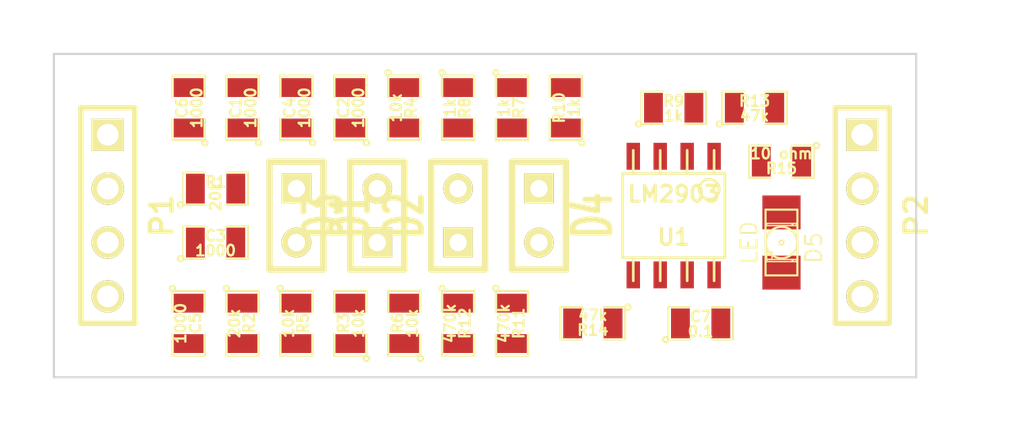
<source format=kicad_pcb>
(kicad_pcb (version 20221018) (generator pcbnew)
  (layers (0 "F.Cu" signal) (31 "B.Cu" signal) (34 "B.Paste" user) (35 "F.Paste" user) (36 "B.SilkS" user) (37 "F.SilkS" user) (38 "B.Mask" user) (39 "F.Mask" user) (44 "Edge.Cuts" user))
  (net 0 "")
  (net 1 "+5V")
  (net 2 "GND")
  (net 3 "N-000001")
  (net 4 "N-0000010")
  (net 5 "N-0000011")
  (net 6 "N-0000012")
  (net 7 "N-0000014")
  (net 8 "N-000004")
  (net 9 "N-000005")
  (net 10 "N-000006")
  (net 11 "N-000007")
  (net 12 "N-000008")
  (net 13 "N-000009")
  (footprint "SM0805" (layer "F.Cu") (at 52.07 22.86 90)
    (fp_text reference "R10" (at 0 -0.3175 90) (layer "F.SilkS") (effects (font (size 0.50038 0.50038) (thickness 0.10922))))
    (fp_text value "1k" (at 0 0.381 90) (layer "F.SilkS") (effects (font (size 0.50038 0.50038) (thickness 0.10922))))
    (fp_line (start -1.524 -0.762) (end -0.508 -0.762) (stroke (width 0.09906)) (layer "F.SilkS"))
    (fp_line (start -1.524 0.762) (end -1.524 -0.762) (stroke (width 0.09906)) (layer "F.SilkS"))
    (fp_line (start -0.508 0.762) (end -1.524 0.762) (stroke (width 0.09906)) (layer "F.SilkS"))
    (fp_line (start 0.508 -0.762) (end 1.524 -0.762) (stroke (width 0.09906)) (layer "F.SilkS"))
    (fp_line (start 1.524 -0.762) (end 1.524 0.762) (stroke (width 0.09906)) (layer "F.SilkS"))
    (fp_line (start 1.524 0.762) (end 0.508 0.762) (stroke (width 0.09906)) (layer "F.SilkS"))
    (fp_circle (center -1.651 0.762) (end -1.651 0.635) (stroke (width 0.09906)) (fill none) (layer "F.SilkS"))
    (pad "1" smd rect (at -0.9525 0 90) (size 0.889 1.397) (layers "F.Cu" "F.Paste" "F.Mask") (net 10 "N-000006"))
    (pad "2" smd rect (at 0.9525 0 90) (size 0.889 1.397) (layers "F.Cu" "F.Paste" "F.Mask") (net 1 "+5V"))
  )
  (footprint "SM0805" (layer "F.Cu") (at 41.91 22.86 90)
    (fp_text reference "C2" (at 0 -0.3175 90) (layer "F.SilkS") (effects (font (size 0.50038 0.50038) (thickness 0.10922))))
    (fp_text value "1000" (at 0 0.381 90) (layer "F.SilkS") (effects (font (size 0.50038 0.50038) (thickness 0.10922))))
    (fp_line (start -1.524 -0.762) (end -0.508 -0.762) (stroke (width 0.09906)) (layer "F.SilkS"))
    (fp_line (start -1.524 0.762) (end -1.524 -0.762) (stroke (width 0.09906)) (layer "F.SilkS"))
    (fp_line (start -0.508 0.762) (end -1.524 0.762) (stroke (width 0.09906)) (layer "F.SilkS"))
    (fp_line (start 0.508 -0.762) (end 1.524 -0.762) (stroke (width 0.09906)) (layer "F.SilkS"))
    (fp_line (start 1.524 -0.762) (end 1.524 0.762) (stroke (width 0.09906)) (layer "F.SilkS"))
    (fp_line (start 1.524 0.762) (end 0.508 0.762) (stroke (width 0.09906)) (layer "F.SilkS"))
    (fp_circle (center -1.651 0.762) (end -1.651 0.635) (stroke (width 0.09906)) (fill none) (layer "F.SilkS"))
    (pad "1" smd rect (at -0.9525 0 90) (size 0.889 1.397) (layers "F.Cu" "F.Paste" "F.Mask") (net 12 "N-000008"))
    (pad "2" smd rect (at 0.9525 0 90) (size 0.889 1.397) (layers "F.Cu" "F.Paste" "F.Mask") (net 2 "GND"))
  )
  (footprint "SM0805" (layer "F.Cu") (at 34.29 22.86 90)
    (fp_text reference "C6" (at 0 -0.3175 90) (layer "F.SilkS") (effects (font (size 0.50038 0.50038) (thickness 0.10922))))
    (fp_text value "1000" (at 0 0.381 90) (layer "F.SilkS") (effects (font (size 0.50038 0.50038) (thickness 0.10922))))
    (fp_line (start -1.524 -0.762) (end -0.508 -0.762) (stroke (width 0.09906)) (layer "F.SilkS"))
    (fp_line (start -1.524 0.762) (end -1.524 -0.762) (stroke (width 0.09906)) (layer "F.SilkS"))
    (fp_line (start -0.508 0.762) (end -1.524 0.762) (stroke (width 0.09906)) (layer "F.SilkS"))
    (fp_line (start 0.508 -0.762) (end 1.524 -0.762) (stroke (width 0.09906)) (layer "F.SilkS"))
    (fp_line (start 1.524 -0.762) (end 1.524 0.762) (stroke (width 0.09906)) (layer "F.SilkS"))
    (fp_line (start 1.524 0.762) (end 0.508 0.762) (stroke (width 0.09906)) (layer "F.SilkS"))
    (fp_circle (center -1.651 0.762) (end -1.651 0.635) (stroke (width 0.09906)) (fill none) (layer "F.SilkS"))
    (pad "1" smd rect (at -0.9525 0 90) (size 0.889 1.397) (layers "F.Cu" "F.Paste" "F.Mask") (net 11 "N-000007"))
    (pad "2" smd rect (at 0.9525 0 90) (size 0.889 1.397) (layers "F.Cu" "F.Paste" "F.Mask") (net 2 "GND"))
  )
  (footprint "SM0805" (layer "F.Cu") (at 34.29 33.02 -90)
    (fp_text reference "C5" (at 0 -0.3175 270) (layer "F.SilkS") (effects (font (size 0.50038 0.50038) (thickness 0.10922))))
    (fp_text value "1000" (at 0 0.381 270) (layer "F.SilkS") (effects (font (size 0.50038 0.50038) (thickness 0.10922))))
    (fp_line (start -1.524 -0.762) (end -0.508 -0.762) (stroke (width 0.09906)) (layer "F.SilkS"))
    (fp_line (start -1.524 0.762) (end -1.524 -0.762) (stroke (width 0.09906)) (layer "F.SilkS"))
    (fp_line (start -0.508 0.762) (end -1.524 0.762) (stroke (width 0.09906)) (layer "F.SilkS"))
    (fp_line (start 0.508 -0.762) (end 1.524 -0.762) (stroke (width 0.09906)) (layer "F.SilkS"))
    (fp_line (start 1.524 -0.762) (end 1.524 0.762) (stroke (width 0.09906)) (layer "F.SilkS"))
    (fp_line (start 1.524 0.762) (end 0.508 0.762) (stroke (width 0.09906)) (layer "F.SilkS"))
    (fp_circle (center -1.651 0.762) (end -1.651 0.635) (stroke (width 0.09906)) (fill none) (layer "F.SilkS"))
    (pad "1" smd rect (at -0.9525 0 270) (size 0.889 1.397) (layers "F.Cu" "F.Paste" "F.Mask") (net 12 "N-000008"))
    (pad "2" smd rect (at 0.9525 0 270) (size 0.889 1.397) (layers "F.Cu" "F.Paste" "F.Mask") (net 11 "N-000007"))
  )
  (footprint "SM0805" (layer "F.Cu") (at 44.45 33.02 90)
    (fp_text reference "R6" (at 0 -0.3175 90) (layer "F.SilkS") (effects (font (size 0.50038 0.50038) (thickness 0.10922))))
    (fp_text value "10k" (at 0 0.381 90) (layer "F.SilkS") (effects (font (size 0.50038 0.50038) (thickness 0.10922))))
    (fp_line (start -1.524 -0.762) (end -0.508 -0.762) (stroke (width 0.09906)) (layer "F.SilkS"))
    (fp_line (start -1.524 0.762) (end -1.524 -0.762) (stroke (width 0.09906)) (layer "F.SilkS"))
    (fp_line (start -0.508 0.762) (end -1.524 0.762) (stroke (width 0.09906)) (layer "F.SilkS"))
    (fp_line (start 0.508 -0.762) (end 1.524 -0.762) (stroke (width 0.09906)) (layer "F.SilkS"))
    (fp_line (start 1.524 -0.762) (end 1.524 0.762) (stroke (width 0.09906)) (layer "F.SilkS"))
    (fp_line (start 1.524 0.762) (end 0.508 0.762) (stroke (width 0.09906)) (layer "F.SilkS"))
    (fp_circle (center -1.651 0.762) (end -1.651 0.635) (stroke (width 0.09906)) (fill none) (layer "F.SilkS"))
    (pad "1" smd rect (at -0.9525 0 90) (size 0.889 1.397) (layers "F.Cu" "F.Paste" "F.Mask") (net 11 "N-000007"))
    (pad "2" smd rect (at 0.9525 0 90) (size 0.889 1.397) (layers "F.Cu" "F.Paste" "F.Mask") (net 10 "N-000006"))
  )
  (footprint "SM0805" (layer "F.Cu") (at 39.37 33.02 -90)
    (fp_text reference "R5" (at 0 -0.3175 270) (layer "F.SilkS") (effects (font (size 0.50038 0.50038) (thickness 0.10922))))
    (fp_text value "10k" (at 0 0.381 270) (layer "F.SilkS") (effects (font (size 0.50038 0.50038) (thickness 0.10922))))
    (fp_line (start -1.524 -0.762) (end -0.508 -0.762) (stroke (width 0.09906)) (layer "F.SilkS"))
    (fp_line (start -1.524 0.762) (end -1.524 -0.762) (stroke (width 0.09906)) (layer "F.SilkS"))
    (fp_line (start -0.508 0.762) (end -1.524 0.762) (stroke (width 0.09906)) (layer "F.SilkS"))
    (fp_line (start 0.508 -0.762) (end 1.524 -0.762) (stroke (width 0.09906)) (layer "F.SilkS"))
    (fp_line (start 1.524 -0.762) (end 1.524 0.762) (stroke (width 0.09906)) (layer "F.SilkS"))
    (fp_line (start 1.524 0.762) (end 0.508 0.762) (stroke (width 0.09906)) (layer "F.SilkS"))
    (fp_circle (center -1.651 0.762) (end -1.651 0.635) (stroke (width 0.09906)) (fill none) (layer "F.SilkS"))
    (pad "1" smd rect (at -0.9525 0 270) (size 0.889 1.397) (layers "F.Cu" "F.Paste" "F.Mask") (net 12 "N-000008"))
    (pad "2" smd rect (at 0.9525 0 270) (size 0.889 1.397) (layers "F.Cu" "F.Paste" "F.Mask") (net 8 "N-000004"))
  )
  (footprint "SM0805" (layer "F.Cu") (at 36.83 33.02 -90)
    (fp_text reference "R2" (at 0 -0.3175 270) (layer "F.SilkS") (effects (font (size 0.50038 0.50038) (thickness 0.10922))))
    (fp_text value "20k" (at 0 0.381 270) (layer "F.SilkS") (effects (font (size 0.50038 0.50038) (thickness 0.10922))))
    (fp_line (start -1.524 -0.762) (end -0.508 -0.762) (stroke (width 0.09906)) (layer "F.SilkS"))
    (fp_line (start -1.524 0.762) (end -1.524 -0.762) (stroke (width 0.09906)) (layer "F.SilkS"))
    (fp_line (start -0.508 0.762) (end -1.524 0.762) (stroke (width 0.09906)) (layer "F.SilkS"))
    (fp_line (start 0.508 -0.762) (end 1.524 -0.762) (stroke (width 0.09906)) (layer "F.SilkS"))
    (fp_line (start 1.524 -0.762) (end 1.524 0.762) (stroke (width 0.09906)) (layer "F.SilkS"))
    (fp_line (start 1.524 0.762) (end 0.508 0.762) (stroke (width 0.09906)) (layer "F.SilkS"))
    (fp_circle (center -1.651 0.762) (end -1.651 0.635) (stroke (width 0.09906)) (fill none) (layer "F.SilkS"))
    (pad "1" smd rect (at -0.9525 0 270) (size 0.889 1.397) (layers "F.Cu" "F.Paste" "F.Mask") (net 12 "N-000008"))
    (pad "2" smd rect (at 0.9525 0 270) (size 0.889 1.397) (layers "F.Cu" "F.Paste" "F.Mask") (net 11 "N-000007"))
  )
  (footprint "SM0805" (layer "F.Cu") (at 46.99 33.02 -90)
    (fp_text reference "R12" (at 0 -0.3175 270) (layer "F.SilkS") (effects (font (size 0.50038 0.50038) (thickness 0.10922))))
    (fp_text value "470k" (at 0 0.381 270) (layer "F.SilkS") (effects (font (size 0.50038 0.50038) (thickness 0.10922))))
    (fp_line (start -1.524 -0.762) (end -0.508 -0.762) (stroke (width 0.09906)) (layer "F.SilkS"))
    (fp_line (start -1.524 0.762) (end -1.524 -0.762) (stroke (width 0.09906)) (layer "F.SilkS"))
    (fp_line (start -0.508 0.762) (end -1.524 0.762) (stroke (width 0.09906)) (layer "F.SilkS"))
    (fp_line (start 0.508 -0.762) (end 1.524 -0.762) (stroke (width 0.09906)) (layer "F.SilkS"))
    (fp_line (start 1.524 -0.762) (end 1.524 0.762) (stroke (width 0.09906)) (layer "F.SilkS"))
    (fp_line (start 1.524 0.762) (end 0.508 0.762) (stroke (width 0.09906)) (layer "F.SilkS"))
    (fp_circle (center -1.651 0.762) (end -1.651 0.635) (stroke (width 0.09906)) (fill none) (layer "F.SilkS"))
    (pad "1" smd rect (at -0.9525 0 270) (size 0.889 1.397) (layers "F.Cu" "F.Paste" "F.Mask") (net 8 "N-000004"))
    (pad "2" smd rect (at 0.9525 0 270) (size 0.889 1.397) (layers "F.Cu" "F.Paste" "F.Mask") (net 3 "N-000001"))
  )
  (footprint "SM0805" (layer "F.Cu") (at 53.34 33.02 180)
    (fp_text reference "R14" (at 0 -0.3175 180) (layer "F.SilkS") (effects (font (size 0.50038 0.50038) (thickness 0.10922))))
    (fp_text value "47k" (at 0 0.381 180) (layer "F.SilkS") (effects (font (size 0.50038 0.50038) (thickness 0.10922))))
    (fp_line (start -1.524 -0.762) (end -0.508 -0.762) (stroke (width 0.09906)) (layer "F.SilkS"))
    (fp_line (start -1.524 0.762) (end -1.524 -0.762) (stroke (width 0.09906)) (layer "F.SilkS"))
    (fp_line (start -0.508 0.762) (end -1.524 0.762) (stroke (width 0.09906)) (layer "F.SilkS"))
    (fp_line (start 0.508 -0.762) (end 1.524 -0.762) (stroke (width 0.09906)) (layer "F.SilkS"))
    (fp_line (start 1.524 -0.762) (end 1.524 0.762) (stroke (width 0.09906)) (layer "F.SilkS"))
    (fp_line (start 1.524 0.762) (end 0.508 0.762) (stroke (width 0.09906)) (layer "F.SilkS"))
    (fp_circle (center -1.651 0.762) (end -1.651 0.635) (stroke (width 0.09906)) (fill none) (layer "F.SilkS"))
    (pad "1" smd rect (at -0.9525 0 180) (size 0.889 1.397) (layers "F.Cu" "F.Paste" "F.Mask") (net 1 "+5V"))
    (pad "2" smd rect (at 0.9525 0 180) (size 0.889 1.397) (layers "F.Cu" "F.Paste" "F.Mask") (net 3 "N-000001"))
  )
  (footprint "SM0805" (layer "F.Cu") (at 46.99 22.86 -90)
    (fp_text reference "R8" (at 0 -0.3175 270) (layer "F.SilkS") (effects (font (size 0.50038 0.50038) (thickness 0.10922))))
    (fp_text value "1k" (at 0 0.381 270) (layer "F.SilkS") (effects (font (size 0.50038 0.50038) (thickness 0.10922))))
    (fp_line (start -1.524 -0.762) (end -0.508 -0.762) (stroke (width 0.09906)) (layer "F.SilkS"))
    (fp_line (start -1.524 0.762) (end -1.524 -0.762) (stroke (width 0.09906)) (layer "F.SilkS"))
    (fp_line (start -0.508 0.762) (end -1.524 0.762) (stroke (width 0.09906)) (layer "F.SilkS"))
    (fp_line (start 0.508 -0.762) (end 1.524 -0.762) (stroke (width 0.09906)) (layer "F.SilkS"))
    (fp_line (start 1.524 -0.762) (end 1.524 0.762) (stroke (width 0.09906)) (layer "F.SilkS"))
    (fp_line (start 1.524 0.762) (end 0.508 0.762) (stroke (width 0.09906)) (layer "F.SilkS"))
    (fp_circle (center -1.651 0.762) (end -1.651 0.635) (stroke (width 0.09906)) (fill none) (layer "F.SilkS"))
    (pad "1" smd rect (at -0.9525 0 270) (size 0.889 1.397) (layers "F.Cu" "F.Paste" "F.Mask") (net 2 "GND"))
    (pad "2" smd rect (at 0.9525 0 270) (size 0.889 1.397) (layers "F.Cu" "F.Paste" "F.Mask") (net 10 "N-000006"))
  )
  (footprint "SM0805" (layer "F.Cu") (at 58.42 33.02)
    (fp_text reference "C7" (at 0 -0.3175) (layer "F.SilkS") (effects (font (size 0.50038 0.50038) (thickness 0.10922))))
    (fp_text value "0.1" (at 0 0.381) (layer "F.SilkS") (effects (font (size 0.50038 0.50038) (thickness 0.10922))))
    (fp_line (start -1.524 -0.762) (end -0.508 -0.762) (stroke (width 0.09906)) (layer "F.SilkS"))
    (fp_line (start -1.524 0.762) (end -1.524 -0.762) (stroke (width 0.09906)) (layer "F.SilkS"))
    (fp_line (start -0.508 0.762) (end -1.524 0.762) (stroke (width 0.09906)) (layer "F.SilkS"))
    (fp_line (start 0.508 -0.762) (end 1.524 -0.762) (stroke (width 0.09906)) (layer "F.SilkS"))
    (fp_line (start 1.524 -0.762) (end 1.524 0.762) (stroke (width 0.09906)) (layer "F.SilkS"))
    (fp_line (start 1.524 0.762) (end 0.508 0.762) (stroke (width 0.09906)) (layer "F.SilkS"))
    (fp_circle (center -1.651 0.762) (end -1.651 0.635) (stroke (width 0.09906)) (fill none) (layer "F.SilkS"))
    (pad "1" smd rect (at -0.9525 0) (size 0.889 1.397) (layers "F.Cu" "F.Paste" "F.Mask") (net 1 "+5V"))
    (pad "2" smd rect (at 0.9525 0) (size 0.889 1.397) (layers "F.Cu" "F.Paste" "F.Mask") (net 2 "GND"))
  )
  (footprint "SM0805" (layer "F.Cu") (at 36.83 22.86 90)
    (fp_text reference "C1" (at 0 -0.3175 90) (layer "F.SilkS") (effects (font (size 0.50038 0.50038) (thickness 0.10922))))
    (fp_text value "1000" (at 0 0.381 90) (layer "F.SilkS") (effects (font (size 0.50038 0.50038) (thickness 0.10922))))
    (fp_line (start -1.524 -0.762) (end -0.508 -0.762) (stroke (width 0.09906)) (layer "F.SilkS"))
    (fp_line (start -1.524 0.762) (end -1.524 -0.762) (stroke (width 0.09906)) (layer "F.SilkS"))
    (fp_line (start -0.508 0.762) (end -1.524 0.762) (stroke (width 0.09906)) (layer "F.SilkS"))
    (fp_line (start 0.508 -0.762) (end 1.524 -0.762) (stroke (width 0.09906)) (layer "F.SilkS"))
    (fp_line (start 1.524 -0.762) (end 1.524 0.762) (stroke (width 0.09906)) (layer "F.SilkS"))
    (fp_line (start 1.524 0.762) (end 0.508 0.762) (stroke (width 0.09906)) (layer "F.SilkS"))
    (fp_circle (center -1.651 0.762) (end -1.651 0.635) (stroke (width 0.09906)) (fill none) (layer "F.SilkS"))
    (pad "1" smd rect (at -0.9525 0 90) (size 0.889 1.397) (layers "F.Cu" "F.Paste" "F.Mask") (net 6 "N-0000012"))
    (pad "2" smd rect (at 0.9525 0 90) (size 0.889 1.397) (layers "F.Cu" "F.Paste" "F.Mask") (net 2 "GND"))
  )
  (footprint "SM0805" (layer "F.Cu") (at 39.37 22.86 90)
    (fp_text reference "C4" (at 0 -0.3175 90) (layer "F.SilkS") (effects (font (size 0.50038 0.50038) (thickness 0.10922))))
    (fp_text value "1000" (at 0 0.381 90) (layer "F.SilkS") (effects (font (size 0.50038 0.50038) (thickness 0.10922))))
    (fp_line (start -1.524 -0.762) (end -0.508 -0.762) (stroke (width 0.09906)) (layer "F.SilkS"))
    (fp_line (start -1.524 0.762) (end -1.524 -0.762) (stroke (width 0.09906)) (layer "F.SilkS"))
    (fp_line (start -0.508 0.762) (end -1.524 0.762) (stroke (width 0.09906)) (layer "F.SilkS"))
    (fp_line (start 0.508 -0.762) (end 1.524 -0.762) (stroke (width 0.09906)) (layer "F.SilkS"))
    (fp_line (start 1.524 -0.762) (end 1.524 0.762) (stroke (width 0.09906)) (layer "F.SilkS"))
    (fp_line (start 1.524 0.762) (end 0.508 0.762) (stroke (width 0.09906)) (layer "F.SilkS"))
    (fp_circle (center -1.651 0.762) (end -1.651 0.635) (stroke (width 0.09906)) (fill none) (layer "F.SilkS"))
    (pad "1" smd rect (at -0.9525 0 90) (size 0.889 1.397) (layers "F.Cu" "F.Paste" "F.Mask") (net 7 "N-0000014"))
    (pad "2" smd rect (at 0.9525 0 90) (size 0.889 1.397) (layers "F.Cu" "F.Paste" "F.Mask") (net 2 "GND"))
  )
  (footprint "SM0805" (layer "F.Cu") (at 35.56 29.21)
    (fp_text reference "C3" (at 0 -0.3175) (layer "F.SilkS") (effects (font (size 0.50038 0.50038) (thickness 0.10922))))
    (fp_text value "1000" (at 0 0.381) (layer "F.SilkS") (effects (font (size 0.50038 0.50038) (thickness 0.10922))))
    (fp_line (start -1.524 -0.762) (end -0.508 -0.762) (stroke (width 0.09906)) (layer "F.SilkS"))
    (fp_line (start -1.524 0.762) (end -1.524 -0.762) (stroke (width 0.09906)) (layer "F.SilkS"))
    (fp_line (start -0.508 0.762) (end -1.524 0.762) (stroke (width 0.09906)) (layer "F.SilkS"))
    (fp_line (start 0.508 -0.762) (end 1.524 -0.762) (stroke (width 0.09906)) (layer "F.SilkS"))
    (fp_line (start 1.524 -0.762) (end 1.524 0.762) (stroke (width 0.09906)) (layer "F.SilkS"))
    (fp_line (start 1.524 0.762) (end 0.508 0.762) (stroke (width 0.09906)) (layer "F.SilkS"))
    (fp_circle (center -1.651 0.762) (end -1.651 0.635) (stroke (width 0.09906)) (fill none) (layer "F.SilkS"))
    (pad "1" smd rect (at -0.9525 0) (size 0.889 1.397) (layers "F.Cu" "F.Paste" "F.Mask") (net 6 "N-0000012"))
    (pad "2" smd rect (at 0.9525 0) (size 0.889 1.397) (layers "F.Cu" "F.Paste" "F.Mask") (net 7 "N-0000014"))
  )
  (footprint "SM0805" (layer "F.Cu") (at 41.91 33.02 90)
    (fp_text reference "R3" (at 0 -0.3175 90) (layer "F.SilkS") (effects (font (size 0.50038 0.50038) (thickness 0.10922))))
    (fp_text value "10k" (at 0 0.381 90) (layer "F.SilkS") (effects (font (size 0.50038 0.50038) (thickness 0.10922))))
    (fp_line (start -1.524 -0.762) (end -0.508 -0.762) (stroke (width 0.09906)) (layer "F.SilkS"))
    (fp_line (start -1.524 0.762) (end -1.524 -0.762) (stroke (width 0.09906)) (layer "F.SilkS"))
    (fp_line (start -0.508 0.762) (end -1.524 0.762) (stroke (width 0.09906)) (layer "F.SilkS"))
    (fp_line (start 0.508 -0.762) (end 1.524 -0.762) (stroke (width 0.09906)) (layer "F.SilkS"))
    (fp_line (start 1.524 -0.762) (end 1.524 0.762) (stroke (width 0.09906)) (layer "F.SilkS"))
    (fp_line (start 1.524 0.762) (end 0.508 0.762) (stroke (width 0.09906)) (layer "F.SilkS"))
    (fp_circle (center -1.651 0.762) (end -1.651 0.635) (stroke (width 0.09906)) (fill none) (layer "F.SilkS"))
    (pad "1" smd rect (at -0.9525 0 90) (size 0.889 1.397) (layers "F.Cu" "F.Paste" "F.Mask") (net 6 "N-0000012"))
    (pad "2" smd rect (at 0.9525 0 90) (size 0.889 1.397) (layers "F.Cu" "F.Paste" "F.Mask") (net 13 "N-000009"))
  )
  (footprint "SM0805" (layer "F.Cu") (at 44.45 22.86 -90)
    (fp_text reference "R4" (at 0 -0.3175 270) (layer "F.SilkS") (effects (font (size 0.50038 0.50038) (thickness 0.10922))))
    (fp_text value "10k" (at 0 0.381 270) (layer "F.SilkS") (effects (font (size 0.50038 0.50038) (thickness 0.10922))))
    (fp_line (start -1.524 -0.762) (end -0.508 -0.762) (stroke (width 0.09906)) (layer "F.SilkS"))
    (fp_line (start -1.524 0.762) (end -1.524 -0.762) (stroke (width 0.09906)) (layer "F.SilkS"))
    (fp_line (start -0.508 0.762) (end -1.524 0.762) (stroke (width 0.09906)) (layer "F.SilkS"))
    (fp_line (start 0.508 -0.762) (end 1.524 -0.762) (stroke (width 0.09906)) (layer "F.SilkS"))
    (fp_line (start 1.524 -0.762) (end 1.524 0.762) (stroke (width 0.09906)) (layer "F.SilkS"))
    (fp_line (start 1.524 0.762) (end 0.508 0.762) (stroke (width 0.09906)) (layer "F.SilkS"))
    (fp_circle (center -1.651 0.762) (end -1.651 0.635) (stroke (width 0.09906)) (fill none) (layer "F.SilkS"))
    (pad "1" smd rect (at -0.9525 0 270) (size 0.889 1.397) (layers "F.Cu" "F.Paste" "F.Mask") (net 7 "N-0000014"))
    (pad "2" smd rect (at 0.9525 0 270) (size 0.889 1.397) (layers "F.Cu" "F.Paste" "F.Mask") (net 4 "N-0000010"))
  )
  (footprint "SM0805" (layer "F.Cu") (at 57.15 22.86)
    (fp_text reference "R9" (at 0 -0.3175) (layer "F.SilkS") (effects (font (size 0.50038 0.50038) (thickness 0.10922))))
    (fp_text value "1k" (at 0 0.381) (layer "F.SilkS") (effects (font (size 0.50038 0.50038) (thickness 0.10922))))
    (fp_line (start -1.524 -0.762) (end -0.508 -0.762) (stroke (width 0.09906)) (layer "F.SilkS"))
    (fp_line (start -1.524 0.762) (end -1.524 -0.762) (stroke (width 0.09906)) (layer "F.SilkS"))
    (fp_line (start -0.508 0.762) (end -1.524 0.762) (stroke (width 0.09906)) (layer "F.SilkS"))
    (fp_line (start 0.508 -0.762) (end 1.524 -0.762) (stroke (width 0.09906)) (layer "F.SilkS"))
    (fp_line (start 1.524 -0.762) (end 1.524 0.762) (stroke (width 0.09906)) (layer "F.SilkS"))
    (fp_line (start 1.524 0.762) (end 0.508 0.762) (stroke (width 0.09906)) (layer "F.SilkS"))
    (fp_circle (center -1.651 0.762) (end -1.651 0.635) (stroke (width 0.09906)) (fill none) (layer "F.SilkS"))
    (pad "1" smd rect (at -0.9525 0) (size 0.889 1.397) (layers "F.Cu" "F.Paste" "F.Mask") (net 4 "N-0000010"))
    (pad "2" smd rect (at 0.9525 0) (size 0.889 1.397) (layers "F.Cu" "F.Paste" "F.Mask") (net 1 "+5V"))
  )
  (footprint "SM0805" (layer "F.Cu") (at 49.53 22.86 -90)
    (fp_text reference "R7" (at 0 -0.3175 270) (layer "F.SilkS") (effects (font (size 0.50038 0.50038) (thickness 0.10922))))
    (fp_text value "1k" (at 0 0.381 270) (layer "F.SilkS") (effects (font (size 0.50038 0.50038) (thickness 0.10922))))
    (fp_line (start -1.524 -0.762) (end -0.508 -0.762) (stroke (width 0.09906)) (layer "F.SilkS"))
    (fp_line (start -1.524 0.762) (end -1.524 -0.762) (stroke (width 0.09906)) (layer "F.SilkS"))
    (fp_line (start -0.508 0.762) (end -1.524 0.762) (stroke (width 0.09906)) (layer "F.SilkS"))
    (fp_line (start 0.508 -0.762) (end 1.524 -0.762) (stroke (width 0.09906)) (layer "F.SilkS"))
    (fp_line (start 1.524 -0.762) (end 1.524 0.762) (stroke (width 0.09906)) (layer "F.SilkS"))
    (fp_line (start 1.524 0.762) (end 0.508 0.762) (stroke (width 0.09906)) (layer "F.SilkS"))
    (fp_circle (center -1.651 0.762) (end -1.651 0.635) (stroke (width 0.09906)) (fill none) (layer "F.SilkS"))
    (pad "1" smd rect (at -0.9525 0 270) (size 0.889 1.397) (layers "F.Cu" "F.Paste" "F.Mask") (net 2 "GND"))
    (pad "2" smd rect (at 0.9525 0 270) (size 0.889 1.397) (layers "F.Cu" "F.Paste" "F.Mask") (net 4 "N-0000010"))
  )
  (footprint "SM0805" (layer "F.Cu") (at 35.56 26.67)
    (fp_text reference "R1" (at 0 -0.3175) (layer "F.SilkS") (effects (font (size 0.50038 0.50038) (thickness 0.10922))))
    (fp_text value "20k" (at 0 0.381 90) (layer "F.SilkS") (effects (font (size 0.50038 0.50038) (thickness 0.10922))))
    (fp_line (start -1.524 -0.762) (end -0.508 -0.762) (stroke (width 0.09906)) (layer "F.SilkS"))
    (fp_line (start -1.524 0.762) (end -1.524 -0.762) (stroke (width 0.09906)) (layer "F.SilkS"))
    (fp_line (start -0.508 0.762) (end -1.524 0.762) (stroke (width 0.09906)) (layer "F.SilkS"))
    (fp_line (start 0.508 -0.762) (end 1.524 -0.762) (stroke (width 0.09906)) (layer "F.SilkS"))
    (fp_line (start 1.524 -0.762) (end 1.524 0.762) (stroke (width 0.09906)) (layer "F.SilkS"))
    (fp_line (start 1.524 0.762) (end 0.508 0.762) (stroke (width 0.09906)) (layer "F.SilkS"))
    (fp_circle (center -1.651 0.762) (end -1.651 0.635) (stroke (width 0.09906)) (fill none) (layer "F.SilkS"))
    (pad "1" smd rect (at -0.9525 0) (size 0.889 1.397) (layers "F.Cu" "F.Paste" "F.Mask") (net 6 "N-0000012"))
    (pad "2" smd rect (at 0.9525 0) (size 0.889 1.397) (layers "F.Cu" "F.Paste" "F.Mask") (net 7 "N-0000014"))
  )
  (footprint "SM0805" (layer "F.Cu") (at 49.53 33.02 -90)
    (fp_text reference "R11" (at 0 -0.3175 270) (layer "F.SilkS") (effects (font (size 0.50038 0.50038) (thickness 0.10922))))
    (fp_text value "470k" (at 0 0.381 270) (layer "F.SilkS") (effects (font (size 0.50038 0.50038) (thickness 0.10922))))
    (fp_line (start -1.524 -0.762) (end -0.508 -0.762) (stroke (width 0.09906)) (layer "F.SilkS"))
    (fp_line (start -1.524 0.762) (end -1.524 -0.762) (stroke (width 0.09906)) (layer "F.SilkS"))
    (fp_line (start -0.508 0.762) (end -1.524 0.762) (stroke (width 0.09906)) (layer "F.SilkS"))
    (fp_line (start 0.508 -0.762) (end 1.524 -0.762) (stroke (width 0.09906)) (layer "F.SilkS"))
    (fp_line (start 1.524 -0.762) (end 1.524 0.762) (stroke (width 0.09906)) (layer "F.SilkS"))
    (fp_line (start 1.524 0.762) (end 0.508 0.762) (stroke (width 0.09906)) (layer "F.SilkS"))
    (fp_circle (center -1.651 0.762) (end -1.651 0.635) (stroke (width 0.09906)) (fill none) (layer "F.SilkS"))
    (pad "1" smd rect (at -0.9525 0 270) (size 0.889 1.397) (layers "F.Cu" "F.Paste" "F.Mask") (net 13 "N-000009"))
    (pad "2" smd rect (at 0.9525 0 270) (size 0.889 1.397) (layers "F.Cu" "F.Paste" "F.Mask") (net 5 "N-0000011"))
  )
  (footprint "SM0805" (layer "F.Cu") (at 60.96 22.86)
    (fp_text reference "R13" (at 0 -0.3175) (layer "F.SilkS") (effects (font (size 0.50038 0.50038) (thickness 0.10922))))
    (fp_text value "47k" (at 0 0.381) (layer "F.SilkS") (effects (font (size 0.50038 0.50038) (thickness 0.10922))))
    (fp_line (start -1.524 -0.762) (end -0.508 -0.762) (stroke (width 0.09906)) (layer "F.SilkS"))
    (fp_line (start -1.524 0.762) (end -1.524 -0.762) (stroke (width 0.09906)) (layer "F.SilkS"))
    (fp_line (start -0.508 0.762) (end -1.524 0.762) (stroke (width 0.09906)) (layer "F.SilkS"))
    (fp_line (start 0.508 -0.762) (end 1.524 -0.762) (stroke (width 0.09906)) (layer "F.SilkS"))
    (fp_line (start 1.524 -0.762) (end 1.524 0.762) (stroke (width 0.09906)) (layer "F.SilkS"))
    (fp_line (start 1.524 0.762) (end 0.508 0.762) (stroke (width 0.09906)) (layer "F.SilkS"))
    (fp_circle (center -1.651 0.762) (end -1.651 0.635) (stroke (width 0.09906)) (fill none) (layer "F.SilkS"))
    (pad "1" smd rect (at -0.9525 0) (size 0.889 1.397) (layers "F.Cu" "F.Paste" "F.Mask") (net 1 "+5V"))
    (pad "2" smd rect (at 0.9525 0) (size 0.889 1.397) (layers "F.Cu" "F.Paste" "F.Mask") (net 5 "N-0000011"))
  )
  (footprint "SIL-2" (layer "F.Cu") (at 43.18 27.94 90)
    (fp_text reference "D3" (at 0 -2.54 90) (layer "F.SilkS") (effects (font (size 1.72974 1.08712) (thickness 0.3048))))
    (fp_text value " " hide)
    (fp_line (start -2.54 -1.27) (end 2.54 -1.27) (stroke (width 0.3048)) (layer "F.SilkS"))
    (fp_line (start -2.54 1.27) (end -2.54 -1.27) (stroke (width 0.3048)) (layer "F.SilkS"))
    (fp_line (start 2.54 -1.27) (end 2.54 1.27) (stroke (width 0.3048)) (layer "F.SilkS"))
    (fp_line (start 2.54 1.27) (end -2.54 1.27) (stroke (width 0.3048)) (layer "F.SilkS"))
    (pad "1" thru_hole rect (at -1.27 0 90) (size 1.397 1.397) (drill 0.8128) (layers "*.Cu" "*.Mask" "F.SilkS") (net 13 "N-000009"))
    (pad "2" thru_hole circle (at 1.27 0 90) (size 1.397 1.397) (drill 0.8128) (layers "*.Cu" "*.Mask" "F.SilkS") (net 4 "N-0000010"))
  )
  (footprint "SIL-2" (layer "F.Cu") (at 39.37 27.94 -90)
    (fp_text reference "D1" (at 0 -2.54 270) (layer "F.SilkS") (effects (font (size 1.72974 1.08712) (thickness 0.3048))))
    (fp_text value " " hide)
    (fp_line (start -2.54 -1.27) (end 2.54 -1.27) (stroke (width 0.3048)) (layer "F.SilkS"))
    (fp_line (start -2.54 1.27) (end -2.54 -1.27) (stroke (width 0.3048)) (layer "F.SilkS"))
    (fp_line (start 2.54 -1.27) (end 2.54 1.27) (stroke (width 0.3048)) (layer "F.SilkS"))
    (fp_line (start 2.54 1.27) (end -2.54 1.27) (stroke (width 0.3048)) (layer "F.SilkS"))
    (pad "1" thru_hole rect (at -1.27 0 270) (size 1.397 1.397) (drill 0.8128) (layers "*.Cu" "*.Mask" "F.SilkS") (net 4 "N-0000010"))
    (pad "2" thru_hole circle (at 1.27 0 270) (size 1.397 1.397) (drill 0.8128) (layers "*.Cu" "*.Mask" "F.SilkS") (net 13 "N-000009"))
  )
  (footprint "SIL-2" (layer "F.Cu") (at 46.99 27.94 90)
    (fp_text reference "D2" (at 0 -2.54 90) (layer "F.SilkS") (effects (font (size 1.72974 1.08712) (thickness 0.3048))))
    (fp_text value " " hide)
    (fp_line (start -2.54 -1.27) (end 2.54 -1.27) (stroke (width 0.3048)) (layer "F.SilkS"))
    (fp_line (start -2.54 1.27) (end -2.54 -1.27) (stroke (width 0.3048)) (layer "F.SilkS"))
    (fp_line (start 2.54 -1.27) (end 2.54 1.27) (stroke (width 0.3048)) (layer "F.SilkS"))
    (fp_line (start 2.54 1.27) (end -2.54 1.27) (stroke (width 0.3048)) (layer "F.SilkS"))
    (pad "1" thru_hole rect (at -1.27 0 90) (size 1.397 1.397) (drill 0.8128) (layers "*.Cu" "*.Mask" "F.SilkS") (net 10 "N-000006"))
    (pad "2" thru_hole circle (at 1.27 0 90) (size 1.397 1.397) (drill 0.8128) (layers "*.Cu" "*.Mask" "F.SilkS") (net 8 "N-000004"))
  )
  (footprint "SIL-2" (layer "F.Cu") (at 50.8 27.94 -90)
    (fp_text reference "D4" (at 0 -2.54 270) (layer "F.SilkS") (effects (font (size 1.72974 1.08712) (thickness 0.3048))))
    (fp_text value " " hide)
    (fp_line (start -2.54 -1.27) (end 2.54 -1.27) (stroke (width 0.3048)) (layer "F.SilkS"))
    (fp_line (start -2.54 1.27) (end -2.54 -1.27) (stroke (width 0.3048)) (layer "F.SilkS"))
    (fp_line (start 2.54 -1.27) (end 2.54 1.27) (stroke (width 0.3048)) (layer "F.SilkS"))
    (fp_line (start 2.54 1.27) (end -2.54 1.27) (stroke (width 0.3048)) (layer "F.SilkS"))
    (pad "1" thru_hole rect (at -1.27 0 270) (size 1.397 1.397) (drill 0.8128) (layers "*.Cu" "*.Mask" "F.SilkS") (net 8 "N-000004"))
    (pad "2" thru_hole circle (at 1.27 0 270) (size 1.397 1.397) (drill 0.8128) (layers "*.Cu" "*.Mask" "F.SilkS") (net 10 "N-000006"))
  )
  (footprint "PIN_ARRAY_4x1" (layer "F.Cu") (at 30.48 27.94 -90)
    (fp_text reference "P1" (at 0 -2.54 270) (layer "F.SilkS") (effects (font (size 1.016 1.016) (thickness 0.2032))))
    (fp_text value "CONN_4" hide)
    (fp_line (start -5.08 -1.27) (end -5.08 1.27) (stroke (width 0.254)) (layer "F.SilkS"))
    (fp_line (start 5.08 -1.27) (end -5.08 -1.27) (stroke (width 0.254)) (layer "F.SilkS"))
    (fp_line (start 5.08 1.27) (end -5.08 1.27) (stroke (width 0.254)) (layer "F.SilkS"))
    (fp_line (start 5.08 1.27) (end 5.08 -1.27) (stroke (width 0.254)) (layer "F.SilkS"))
    (pad "1" thru_hole rect (at -3.81 0 270) (size 1.524 1.524) (drill 1.016) (layers "*.Cu" "*.Mask" "F.SilkS") (net 6 "N-0000012"))
    (pad "2" thru_hole circle (at -1.27 0 270) (size 1.524 1.524) (drill 1.016) (layers "*.Cu" "*.Mask" "F.SilkS") (net 7 "N-0000014"))
    (pad "3" thru_hole circle (at 1.27 0 270) (size 1.524 1.524) (drill 1.016) (layers "*.Cu" "*.Mask" "F.SilkS") (net 12 "N-000008"))
    (pad "4" thru_hole circle (at 3.81 0 270) (size 1.524 1.524) (drill 1.016) (layers "*.Cu" "*.Mask" "F.SilkS") (net 11 "N-000007"))
  )
  (footprint "PIN_ARRAY_4x1" (layer "F.Cu") (at 66.04 27.94 -90)
    (fp_text reference "P2" (at 0 -2.54 270) (layer "F.SilkS") (effects (font (size 1.016 1.016) (thickness 0.2032))))
    (fp_text value "CONN_4" hide)
    (fp_line (start -5.08 -1.27) (end -5.08 1.27) (stroke (width 0.254)) (layer "F.SilkS"))
    (fp_line (start 5.08 -1.27) (end -5.08 -1.27) (stroke (width 0.254)) (layer "F.SilkS"))
    (fp_line (start 5.08 1.27) (end -5.08 1.27) (stroke (width 0.254)) (layer "F.SilkS"))
    (fp_line (start 5.08 1.27) (end 5.08 -1.27) (stroke (width 0.254)) (layer "F.SilkS"))
    (pad "1" thru_hole rect (at -3.81 0 270) (size 1.524 1.524) (drill 1.016) (layers "*.Cu" "*.Mask" "F.SilkS") (net 5 "N-0000011"))
    (pad "2" thru_hole circle (at -1.27 0 270) (size 1.524 1.524) (drill 1.016) (layers "*.Cu" "*.Mask" "F.SilkS") (net 3 "N-000001"))
    (pad "3" thru_hole circle (at 1.27 0 270) (size 1.524 1.524) (drill 1.016) (layers "*.Cu" "*.Mask" "F.SilkS") (net 2 "GND"))
    (pad "4" thru_hole circle (at 3.81 0 270) (size 1.524 1.524) (drill 1.016) (layers "*.Cu" "*.Mask" "F.SilkS") (net 1 "+5V"))
  )
  (footprint "SM0805" (layer "F.Cu") (at 62.23 25.4 180)
    (fp_text reference "R15" (at 0 -0.3175 180) (layer "F.SilkS") (effects (font (size 0.50038 0.50038) (thickness 0.10922))))
    (fp_text value "10 ohm" (at 0 0.381 180) (layer "F.SilkS") (effects (font (size 0.50038 0.50038) (thickness 0.10922))))
    (fp_line (start -1.524 -0.762) (end -0.508 -0.762) (stroke (width 0.09906)) (layer "F.SilkS"))
    (fp_line (start -1.524 0.762) (end -1.524 -0.762) (stroke (width 0.09906)) (layer "F.SilkS"))
    (fp_line (start -0.508 0.762) (end -1.524 0.762) (stroke (width 0.09906)) (layer "F.SilkS"))
    (fp_line (start 0.508 -0.762) (end 1.524 -0.762) (stroke (width 0.09906)) (layer "F.SilkS"))
    (fp_line (start 1.524 -0.762) (end 1.524 0.762) (stroke (width 0.09906)) (layer "F.SilkS"))
    (fp_line (start 1.524 0.762) (end 0.508 0.762) (stroke (width 0.09906)) (layer "F.SilkS"))
    (fp_circle (center -1.651 0.762) (end -1.651 0.635) (stroke (width 0.09906)) (fill none) (layer "F.SilkS"))
    (pad "1" smd rect (at -0.9525 0 180) (size 0.889 1.397) (layers "F.Cu" "F.Paste" "F.Mask") (net 9 "N-000005"))
    (pad "2" smd rect (at 0.9525 0 180) (size 0.889 1.397) (layers "F.Cu" "F.Paste" "F.Mask") (net 1 "+5V"))
  )
  (footprint "LED-1206" (layer "F.Cu") (at 62.23 29.21 -90)
    (fp_text reference "D5" (at 0.254 -1.524 270) (layer "F.SilkS") (effects (font (size 0.762 0.762) (thickness 0.0889))))
    (fp_text value "LED" (at 0 1.524 270) (layer "F.SilkS") (effects (font (size 0.762 0.762) (thickness 0.0889))))
    (fp_line (start -1.5494 -0.7493) (end 1.5494 -0.7493) (stroke (width 0.1016)) (layer "F.SilkS"))
    (fp_line (start -1.5494 0.7493) (end -1.5494 -0.7493) (stroke (width 0.1016)) (layer "F.SilkS"))
    (fp_line (start -0.89916 -0.6985) (end -0.79756 -0.6985) (stroke (width 0.06604)) (layer "F.SilkS"))
    (fp_line (start -0.89916 -0.54864) (end -0.89916 -0.6985) (stroke (width 0.06604)) (layer "F.SilkS"))
    (fp_line (start -0.89916 -0.54864) (end -0.79756 -0.54864) (stroke (width 0.06604)) (layer "F.SilkS"))
    (fp_line (start -0.89916 -0.49784) (end -0.79756 -0.49784) (stroke (width 0.06604)) (layer "F.SilkS"))
    (fp_line (start -0.89916 0.6985) (end -0.89916 -0.49784) (stroke (width 0.06604)) (layer "F.SilkS"))
    (fp_line (start -0.89916 0.6985) (end -0.79756 0.6985) (stroke (width 0.06604)) (layer "F.SilkS"))
    (fp_line (start -0.79756 -0.54864) (end -0.79756 -0.6985) (stroke (width 0.06604)) (layer "F.SilkS"))
    (fp_line (start -0.79756 0.6985) (end -0.79756 -0.49784) (stroke (width 0.06604)) (layer "F.SilkS"))
    (fp_line (start -0.09906 -0.09906) (end 0.09906 -0.09906) (stroke (width 0.06604)) (layer "F.SilkS"))
    (fp_line (start -0.09906 0.09906) (end -0.09906 -0.09906) (stroke (width 0.06604)) (layer "F.SilkS"))
    (fp_line (start -0.09906 0.09906) (end 0.09906 0.09906) (stroke (width 0.06604)) (layer "F.SilkS"))
    (fp_line (start 0.09906 0.09906) (end 0.09906 -0.09906) (stroke (width 0.06604)) (layer "F.SilkS"))
    (fp_line (start 0.44958 0.44958) (end 0.59944 0.44958) (stroke (width 0.06604)) (layer "F.SilkS"))
    (fp_line (start 0.44958 0.44958) (end 0.79756 0.44958) (stroke (width 0.06604)) (layer "F.SilkS"))
    (fp_line (start 0.44958 0.6985) (end 0.44958 0.44958) (stroke (width 0.06604)) (layer "F.SilkS"))
    (fp_line (start 0.44958 0.6985) (end 0.44958 0.44958) (stroke (width 0.06604)) (layer "F.SilkS"))
    (fp_line (start 0.44958 0.6985) (end 0.59944 0.6985) (stroke (width 0.06604)) (layer "F.SilkS"))
    (fp_line (start 0.44958 0.6985) (end 0.79756 0.6985) (stroke (width 0.06604)) (layer "F.SilkS"))
    (fp_line (start 0.59944 0.6985) (end 0.59944 0.44958) (stroke (width 0.06604)) (layer "F.SilkS"))
    (fp_line (start 0.79756 -0.6985) (end 0.89916 -0.6985) (stroke (width 0.06604)) (layer "F.SilkS"))
    (fp_line (start 0.79756 -0.54864) (end 0.79756 -0.6985) (stroke (width 0.06604)) (layer "F.SilkS"))
    (fp_line (start 0.79756 -0.54864) (end 0.89916 -0.54864) (stroke (width 0.06604)) (layer "F.SilkS"))
    (fp_line (start 0.79756 -0.49784) (end 0.89916 -0.49784) (stroke (width 0.06604)) (layer "F.SilkS"))
    (fp_line (start 0.79756 0.6985) (end 0.79756 -0.49784) (stroke (width 0.06604)) (layer "F.SilkS"))
    (fp_line (start 0.79756 0.6985) (end 0.79756 0.44958) (stroke (width 0.06604)) (layer "F.SilkS"))
    (fp_line (start 0.79756 0.6985) (end 0.89916 0.6985) (stroke (width 0.06604)) (layer "F.SilkS"))
    (fp_line (start 0.89916 -0.54864) (end 0.89916 -0.6985) (stroke (width 0.06604)) (layer "F.SilkS"))
    (fp_line (start 0.89916 0.6985) (end 0.89916 -0.49784) (stroke (width 0.06604)) (layer "F.SilkS"))
    (fp_line (start 1.5494 -0.7493) (end 1.5494 0.7493) (stroke (width 0.1016)) (layer "F.SilkS"))
    (fp_line (start 1.5494 0.7493) (end -1.5494 0.7493) (stroke (width 0.1016)) (layer "F.SilkS"))
    (fp_arc (start -0.54864 -0.49784) (mid -0.001024 -0.740844) (end 0.547262 -0.499354) (stroke (width 0.1016)) (layer "F.SilkS"))
    (fp_arc (start -0.54864 0.49784) (mid -0.740844 -0.000377) (end -0.548133 -0.498398) (stroke (width 0.1016)) (layer "F.SilkS"))
    (fp_arc (start 0.54864 -0.49784) (mid 0.740844 0.000377) (end 0.548133 0.498398) (stroke (width 0.1016)) (layer "F.SilkS"))
    (fp_arc (start 0.54864 0.49784) (mid 0.001024 0.740844) (end -0.547262 0.499354) (stroke (width 0.1016)) (layer "F.SilkS"))
    (pad "1" smd rect (at -1.41986 0 270) (size 1.59766 1.80086) (layers "F.Cu" "F.Paste" "F.Mask") (net 9 "N-000005"))
    (pad "2" smd rect (at 1.41986 0 270) (size 1.59766 1.80086) (layers "F.Cu" "F.Paste" "F.Mask") (net 2 "GND"))
  )
  (footprint "so-8" (layer "F.Cu") (at 57.15 27.94 180)
    (fp_text reference "U1" (at 0 -1.016 180) (layer "F.SilkS") (effects (font (size 0.7493 0.7493) (thickness 0.14986))))
    (fp_text value "LM2903" (at 0 1.016 180) (layer "F.SilkS") (effects (font (size 0.7493 0.7493) (thickness 0.14986))))
    (fp_line (start -2.413 -1.9812) (end -2.413 1.9812) (stroke (width 0.127)) (layer "F.SilkS"))
    (fp_line (start -2.413 1.9812) (end 2.413 1.9812) (stroke (width 0.127)) (layer "F.SilkS"))
    (fp_line (start -1.905 -1.9812) (end -1.905 -3.0734) (stroke (width 0.127)) (layer "F.SilkS"))
    (fp_line (start -1.905 3.0734) (end -1.905 1.9812) (stroke (width 0.127)) (layer "F.SilkS"))
    (fp_line (start -0.635 -1.9812) (end -0.635 -3.0734) (stroke (width 0.127)) (layer "F.SilkS"))
    (fp_line (start -0.635 3.0734) (end -0.635 1.9812) (stroke (width 0.127)) (layer "F.SilkS"))
    (fp_line (start 0.635 -1.9812) (end 0.635 -3.0734) (stroke (width 0.127)) (layer "F.SilkS"))
    (fp_line (start 0.635 3.0734) (end 0.635 1.9812) (stroke (width 0.127)) (layer "F.SilkS"))
    (fp_line (start 1.905 -3.0734) (end 1.905 -1.9812) (stroke (width 0.127)) (layer "F.SilkS"))
    (fp_line (start 1.905 1.9812) (end 1.905 3.0734) (stroke (width 0.127)) (layer "F.SilkS"))
    (fp_line (start 2.413 -1.9812) (end -2.413 -1.9812) (stroke (width 0.127)) (layer "F.SilkS"))
    (fp_line (start 2.413 1.9812) (end 2.413 -1.9812) (stroke (width 0.127)) (layer "F.SilkS"))
    (fp_circle (center -1.6764 1.2446) (end -1.9558 1.6256) (stroke (width 0.127)) (fill none) (layer "F.SilkS"))
    (pad "1" smd rect (at -1.905 2.794 180) (size 0.635 1.27) (layers "F.Cu" "F.Paste" "F.Mask") (net 5 "N-0000011"))
    (pad "2" smd rect (at -0.635 2.794 180) (size 0.635 1.27) (layers "F.Cu" "F.Paste" "F.Mask") (net 4 "N-0000010"))
    (pad "3" smd rect (at 0.635 2.794 180) (size 0.635 1.27) (layers "F.Cu" "F.Paste" "F.Mask") (net 13 "N-000009"))
    (pad "4" smd rect (at 1.905 2.794 180) (size 0.635 1.27) (layers "F.Cu" "F.Paste" "F.Mask") (net 2 "GND"))
    (pad "5" smd rect (at 1.905 -2.794 180) (size 0.635 1.27) (layers "F.Cu" "F.Paste" "F.Mask") (net 8 "N-000004"))
    (pad "6" smd rect (at 0.635 -2.794 180) (size 0.635 1.27) (layers "F.Cu" "F.Paste" "F.Mask") (net 10 "N-000006"))
    (pad "7" smd rect (at -0.635 -2.794 180) (size 0.635 1.27) (layers "F.Cu" "F.Paste" "F.Mask") (net 3 "N-000001"))
    (pad "8" smd rect (at -1.905 -2.794 180) (size 0.635 1.27) (layers "F.Cu" "F.Paste" "F.Mask") (net 1 "+5V"))
  )
  (gr_line (start 27.94 20.32) (end 27.94 35.56) (stroke (width 0.1)) (layer "Edge.Cuts"))
  (gr_line (start 68.58 20.32) (end 68.58 35.56) (stroke (width 0.1)) (layer "Edge.Cuts"))
  (gr_line (start 68.58 35.56) (end 27.94 35.56) (stroke (width 0.1)) (layer "Edge.Cuts"))
  (gr_line (start 27.94 20.32) (end 68.58 20.32) (stroke (width 0.1)) (layer "Edge.Cuts"))
)
</source>
